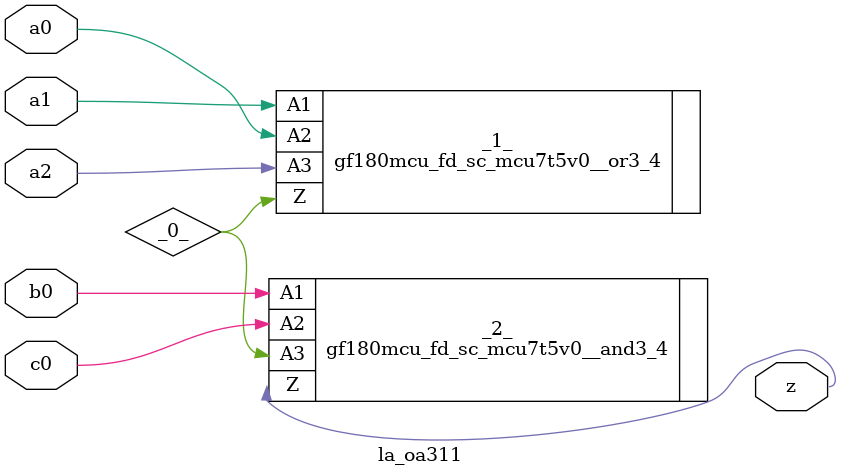
<source format=v>

/* Generated by Yosys 0.44 (git sha1 80ba43d26, g++ 11.4.0-1ubuntu1~22.04 -fPIC -O3) */

(* top =  1  *)
(* src = "inputs/la_oa311.v:10.1-23.10" *)
module la_oa311 (
    a0,
    a1,
    a2,
    b0,
    c0,
    z
);
  wire _0_;
  (* src = "inputs/la_oa311.v:13.12-13.14" *)
  input a0;
  wire a0;
  (* src = "inputs/la_oa311.v:14.12-14.14" *)
  input a1;
  wire a1;
  (* src = "inputs/la_oa311.v:15.12-15.14" *)
  input a2;
  wire a2;
  (* src = "inputs/la_oa311.v:16.12-16.14" *)
  input b0;
  wire b0;
  (* src = "inputs/la_oa311.v:17.12-17.14" *)
  input c0;
  wire c0;
  (* src = "inputs/la_oa311.v:18.12-18.13" *)
  output z;
  wire z;
  gf180mcu_fd_sc_mcu7t5v0__or3_4 _1_ (
      .A1(a1),
      .A2(a0),
      .A3(a2),
      .Z (_0_)
  );
  gf180mcu_fd_sc_mcu7t5v0__and3_4 _2_ (
      .A1(b0),
      .A2(c0),
      .A3(_0_),
      .Z (z)
  );
endmodule

</source>
